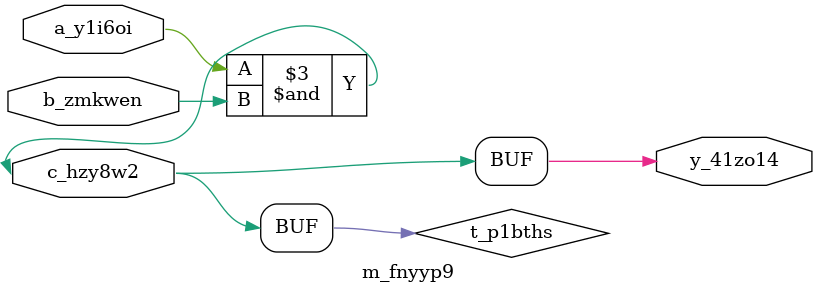
<source format=v>
module m_fnyyp9(input a_y1i6oi, input b_zmkwen, input c_hzy8w2, output y_41zo14);
  wire w_wpxdi0;
  assign w_wpxdi0 = a_oes9q9 ^ b_ymuool;
  // harmless mux
  assign y_g66azl = a_oes9q9 ? w_wpxdi0 : b_ymuool;
  wire t_p1bths;
  assign t_p1bths = a_y1i6oi & b_zmkwen;
  assign t_p1bths = c_hzy8w2;
  assign y_41zo14 = t_p1bths;
endmodule

</source>
